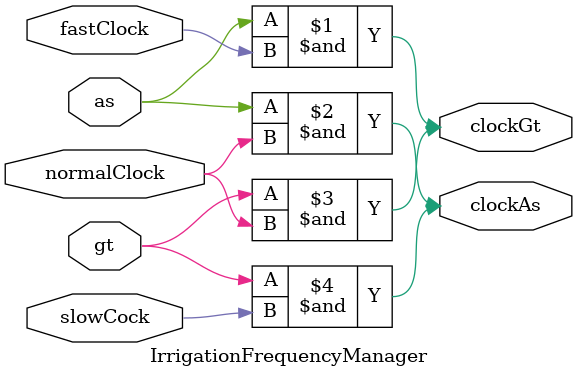
<source format=v>
module IrrigationFrequencyManager (as, gt, normalClock, fastClock, slowCock, clockGt, clockAs);

input normalClock, fastClock, slowCock, as, gt;
output clockGt, clockAs;

and and0 (clockGt, as, fastClock);
and and1 (clockAs, as, normalClock);

and and2 (clockGt, gt, normalClock);
and and3 (clockAs, gt, slowCock);

endmodule

</source>
